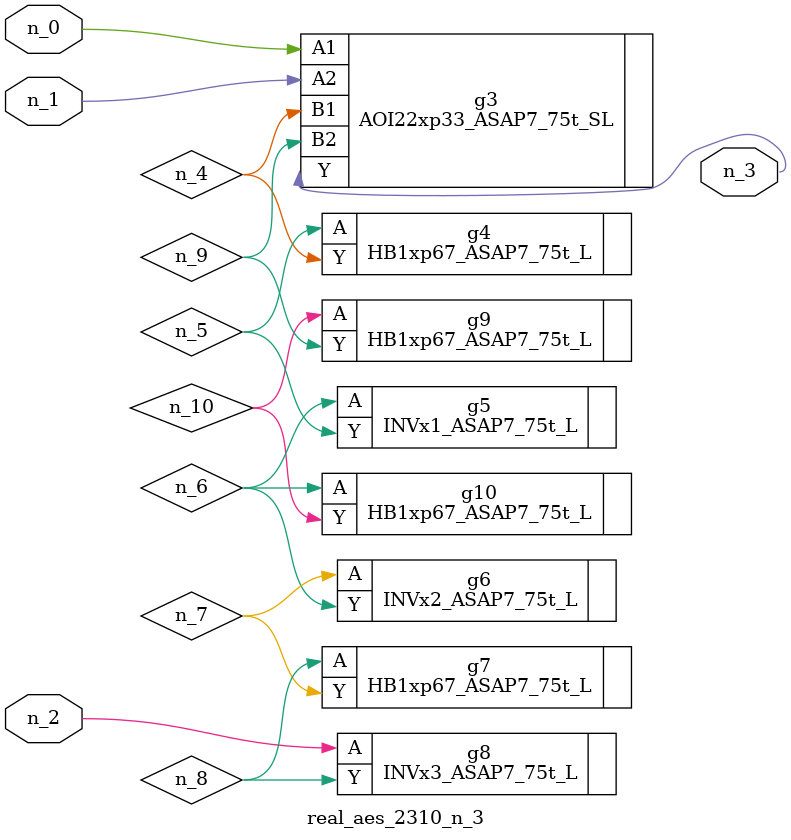
<source format=v>
module real_aes_2310_n_3 (n_0, n_2, n_1, n_3);
input n_0;
input n_2;
input n_1;
output n_3;
wire n_4;
wire n_5;
wire n_7;
wire n_9;
wire n_6;
wire n_8;
wire n_10;
AOI22xp33_ASAP7_75t_SL g3 ( .A1(n_0), .A2(n_1), .B1(n_4), .B2(n_9), .Y(n_3) );
INVx3_ASAP7_75t_L g8 ( .A(n_2), .Y(n_8) );
HB1xp67_ASAP7_75t_L g4 ( .A(n_5), .Y(n_4) );
INVx1_ASAP7_75t_L g5 ( .A(n_6), .Y(n_5) );
HB1xp67_ASAP7_75t_L g10 ( .A(n_6), .Y(n_10) );
INVx2_ASAP7_75t_L g6 ( .A(n_7), .Y(n_6) );
HB1xp67_ASAP7_75t_L g7 ( .A(n_8), .Y(n_7) );
HB1xp67_ASAP7_75t_L g9 ( .A(n_10), .Y(n_9) );
endmodule
</source>
